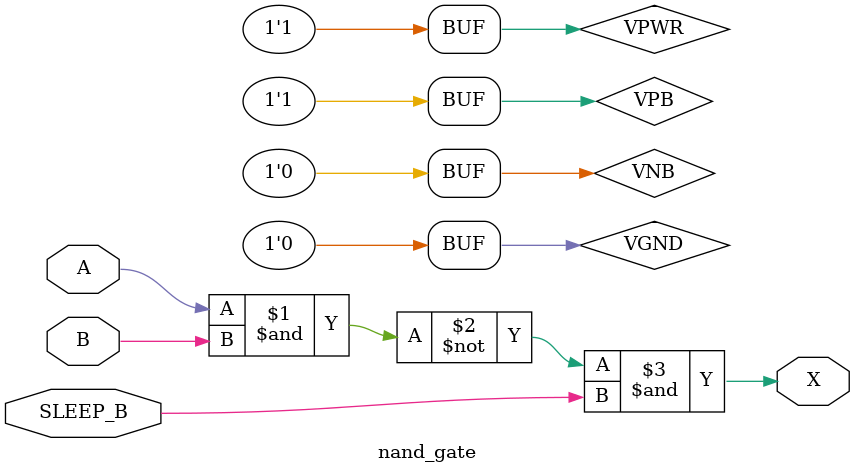
<source format=v>
module nand_gate (
    A,
    B,
    X,
    SLEEP_B
);

    input A;
    input B;
    output X;
    input SLEEP_B;

    // Voltage supply signals
    supply1 VPWR;
    supply0 VGND;
    supply1 VPB ;
    supply0 VNB ;

    assign X = ~(A & B) & SLEEP_B;

endmodule
</source>
